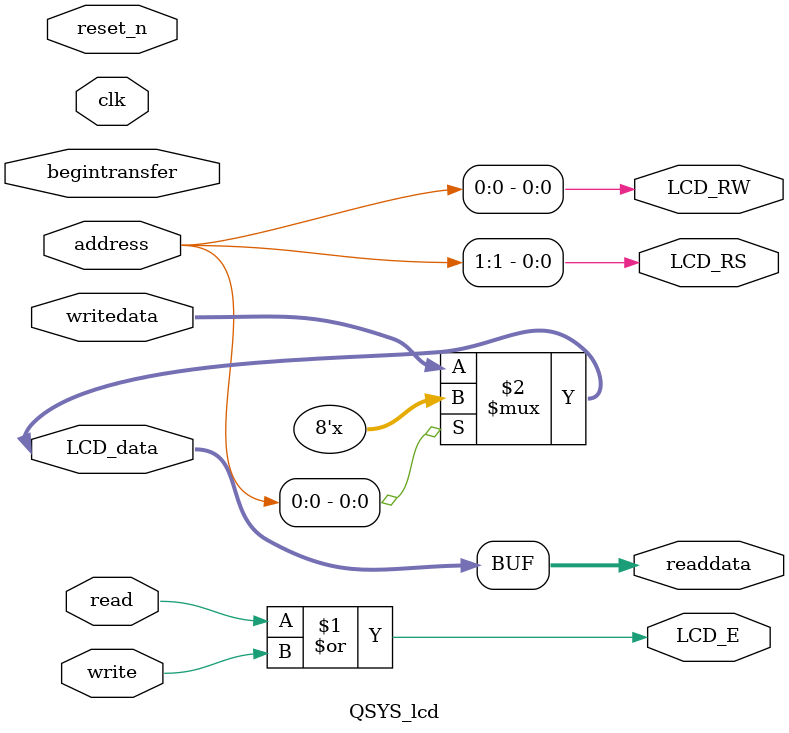
<source format=v>

`timescale 1ns / 1ps
// synthesis translate_on

// turn off superfluous verilog processor warnings 
// altera message_level Level1 
// altera message_off 10034 10035 10036 10037 10230 10240 10030 

module QSYS_lcd (
                  // inputs:
                   address,
                   begintransfer,
                   clk,
                   read,
                   reset_n,
                   write,
                   writedata,

                  // outputs:
                   LCD_E,
                   LCD_RS,
                   LCD_RW,
                   LCD_data,
                   readdata
                )
;

  output           LCD_E;
  output           LCD_RS;
  output           LCD_RW;
  inout   [  7: 0] LCD_data;
  output  [  7: 0] readdata;
  input   [  1: 0] address;
  input            begintransfer;
  input            clk;
  input            read;
  input            reset_n;
  input            write;
  input   [  7: 0] writedata;


wire             LCD_E;
wire             LCD_RS;
wire             LCD_RW;
wire    [  7: 0] LCD_data;
wire    [  7: 0] readdata;
  assign LCD_RW = address[0];
  assign LCD_RS = address[1];
  assign LCD_E = read | write;
  assign LCD_data = (address[0]) ? {8{1'bz}} : writedata;
  assign readdata = LCD_data;
  //control_slave, which is an e_avalon_slave

endmodule


</source>
